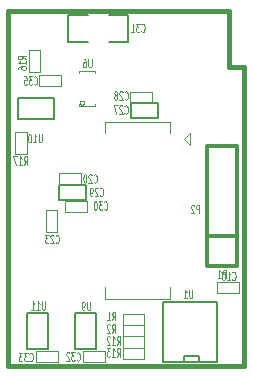
<source format=gbo>
G04 (created by PCBNEW-RS274X (2010-05-05 BZR 2356)-stable) date 2010年09月03日 星期五 23时32分26秒*
G01*
G70*
G90*
%MOIN*%
G04 Gerber Fmt 3.4, Leading zero omitted, Abs format*
%FSLAX34Y34*%
G04 APERTURE LIST*
%ADD10C,0.006000*%
%ADD11C,0.015000*%
%ADD12C,0.003000*%
%ADD13C,0.005000*%
%ADD14C,0.012000*%
%ADD15C,0.004500*%
G04 APERTURE END LIST*
G54D10*
G54D11*
X47244Y-41220D02*
X47244Y-41220D01*
X46732Y-41221D02*
X47244Y-41221D01*
X46732Y-39370D02*
X46732Y-41220D01*
X39370Y-51181D02*
X39370Y-39370D01*
X47244Y-51181D02*
X39370Y-51181D01*
X47244Y-41220D02*
X47244Y-51181D01*
X39370Y-39370D02*
X46732Y-39370D01*
G54D12*
X43180Y-50200D02*
X43910Y-50200D01*
X43910Y-50200D02*
X43910Y-49820D01*
X43910Y-49820D02*
X43180Y-49820D01*
X43180Y-49820D02*
X43180Y-50200D01*
X46330Y-48770D02*
X47060Y-48770D01*
X47060Y-48770D02*
X47060Y-48390D01*
X47060Y-48390D02*
X46330Y-48390D01*
X46330Y-48390D02*
X46330Y-48770D01*
X43910Y-49440D02*
X43180Y-49440D01*
X43180Y-49440D02*
X43180Y-49820D01*
X43180Y-49820D02*
X43910Y-49820D01*
X43910Y-49820D02*
X43910Y-49440D01*
X40620Y-45990D02*
X40620Y-46720D01*
X40620Y-46720D02*
X41000Y-46720D01*
X41000Y-46720D02*
X41000Y-45990D01*
X41000Y-45990D02*
X40620Y-45990D01*
X41060Y-45130D02*
X41790Y-45130D01*
X41790Y-45130D02*
X41790Y-44750D01*
X41790Y-44750D02*
X41060Y-44750D01*
X41060Y-44750D02*
X41060Y-45130D01*
X43910Y-50200D02*
X43180Y-50200D01*
X43180Y-50200D02*
X43180Y-50580D01*
X43180Y-50580D02*
X43910Y-50580D01*
X43910Y-50580D02*
X43910Y-50200D01*
X43910Y-50590D02*
X43180Y-50590D01*
X43180Y-50590D02*
X43180Y-50970D01*
X43180Y-50970D02*
X43910Y-50970D01*
X43910Y-50970D02*
X43910Y-50590D01*
X40440Y-41400D02*
X40440Y-40670D01*
X40440Y-40670D02*
X40060Y-40670D01*
X40060Y-40670D02*
X40060Y-41400D01*
X40060Y-41400D02*
X40440Y-41400D01*
X42580Y-50690D02*
X41850Y-50690D01*
X41850Y-50690D02*
X41850Y-51070D01*
X41850Y-51070D02*
X42580Y-51070D01*
X42580Y-51070D02*
X42580Y-50690D01*
X41030Y-50690D02*
X40300Y-50690D01*
X40300Y-50690D02*
X40300Y-51070D01*
X40300Y-51070D02*
X41030Y-51070D01*
X41030Y-51070D02*
X41030Y-50690D01*
X40390Y-41870D02*
X41120Y-41870D01*
X41120Y-41870D02*
X41120Y-41490D01*
X41120Y-41490D02*
X40390Y-41490D01*
X40390Y-41490D02*
X40390Y-41870D01*
X39990Y-44110D02*
X39990Y-43380D01*
X39990Y-43380D02*
X39610Y-43380D01*
X39610Y-43380D02*
X39610Y-44110D01*
X39610Y-44110D02*
X39990Y-44110D01*
G54D13*
X43448Y-42927D02*
X44348Y-42927D01*
X44348Y-42927D02*
X44348Y-42427D01*
X44348Y-42427D02*
X43448Y-42427D01*
X43448Y-42427D02*
X43448Y-42927D01*
X41970Y-45150D02*
X41070Y-45150D01*
X41070Y-45150D02*
X41070Y-45650D01*
X41070Y-45650D02*
X41970Y-45650D01*
X41970Y-45650D02*
X41970Y-45150D01*
X41370Y-40380D02*
X41370Y-39480D01*
X41370Y-39480D02*
X42020Y-39480D01*
X42720Y-40380D02*
X43370Y-40380D01*
X43370Y-40380D02*
X43370Y-39480D01*
X43370Y-39480D02*
X42720Y-39480D01*
X42020Y-40380D02*
X41370Y-40380D01*
X46320Y-51040D02*
X46320Y-49040D01*
X46320Y-49040D02*
X44520Y-49040D01*
X44520Y-49040D02*
X44520Y-51040D01*
X44520Y-51040D02*
X46320Y-51040D01*
X45720Y-51040D02*
X45720Y-50840D01*
X45720Y-50840D02*
X45220Y-50840D01*
X45220Y-50840D02*
X45220Y-51040D01*
X42280Y-49420D02*
X41580Y-49420D01*
X41580Y-49420D02*
X41580Y-50620D01*
X41580Y-50620D02*
X42280Y-50620D01*
X42280Y-50620D02*
X42280Y-49420D01*
X39680Y-42270D02*
X39680Y-42970D01*
X39680Y-42970D02*
X40880Y-42970D01*
X40880Y-42970D02*
X40880Y-42270D01*
X40880Y-42270D02*
X39680Y-42270D01*
X40710Y-49410D02*
X40010Y-49410D01*
X40010Y-49410D02*
X40010Y-50610D01*
X40010Y-50610D02*
X40710Y-50610D01*
X40710Y-50610D02*
X40710Y-49410D01*
G54D12*
X41897Y-42408D02*
X41895Y-42421D01*
X41891Y-42434D01*
X41885Y-42446D01*
X41876Y-42457D01*
X41866Y-42466D01*
X41854Y-42472D01*
X41841Y-42476D01*
X41827Y-42477D01*
X41814Y-42476D01*
X41801Y-42472D01*
X41789Y-42466D01*
X41779Y-42458D01*
X41770Y-42447D01*
X41763Y-42435D01*
X41759Y-42422D01*
X41758Y-42408D01*
X41759Y-42396D01*
X41762Y-42383D01*
X41769Y-42371D01*
X41777Y-42360D01*
X41788Y-42351D01*
X41799Y-42344D01*
X41812Y-42340D01*
X41826Y-42339D01*
X41839Y-42340D01*
X41852Y-42343D01*
X41864Y-42349D01*
X41875Y-42358D01*
X41884Y-42368D01*
X41890Y-42380D01*
X41895Y-42393D01*
X41896Y-42407D01*
X41897Y-42408D01*
X42257Y-41432D02*
X42257Y-41353D01*
X42257Y-41353D02*
X41711Y-41351D01*
X41711Y-41351D02*
X41711Y-41432D01*
X42256Y-42459D02*
X42256Y-42537D01*
X42256Y-42537D02*
X41715Y-42536D01*
X41715Y-42536D02*
X41714Y-42463D01*
X43432Y-42434D02*
X44162Y-42434D01*
X44162Y-42434D02*
X44162Y-42054D01*
X44162Y-42054D02*
X43432Y-42054D01*
X43432Y-42054D02*
X43432Y-42434D01*
X42000Y-45680D02*
X41270Y-45680D01*
X41270Y-45680D02*
X41270Y-46060D01*
X41270Y-46060D02*
X42000Y-46060D01*
X42000Y-46060D02*
X42000Y-45680D01*
X45438Y-43433D02*
X45241Y-43630D01*
X45241Y-43630D02*
X45438Y-43827D01*
X45438Y-43827D02*
X45438Y-43433D01*
X42603Y-43433D02*
X42603Y-43039D01*
X42603Y-43039D02*
X44768Y-43039D01*
X44768Y-43039D02*
X44768Y-43433D01*
X42603Y-48551D02*
X42603Y-48945D01*
X42603Y-48945D02*
X44768Y-48945D01*
X44768Y-48945D02*
X44768Y-48551D01*
G54D14*
X46996Y-47866D02*
X46996Y-47866D01*
X45996Y-47866D02*
X46996Y-47866D01*
X46996Y-47866D02*
X46996Y-47866D01*
X46996Y-47866D02*
X46996Y-43866D01*
X46996Y-43866D02*
X45996Y-43866D01*
X45996Y-43866D02*
X45996Y-47866D01*
X45996Y-46866D02*
X46996Y-46866D01*
G54D15*
X42829Y-50073D02*
X42889Y-49940D01*
X42932Y-50073D02*
X42932Y-49793D01*
X42864Y-49793D01*
X42846Y-49807D01*
X42838Y-49820D01*
X42829Y-49847D01*
X42829Y-49887D01*
X42838Y-49913D01*
X42846Y-49927D01*
X42864Y-49940D01*
X42932Y-49940D01*
X42761Y-49820D02*
X42752Y-49807D01*
X42735Y-49793D01*
X42692Y-49793D01*
X42675Y-49807D01*
X42666Y-49820D01*
X42658Y-49847D01*
X42658Y-49873D01*
X42666Y-49913D01*
X42769Y-50073D01*
X42658Y-50073D01*
X46835Y-48297D02*
X46844Y-48310D01*
X46870Y-48323D01*
X46887Y-48323D01*
X46912Y-48310D01*
X46930Y-48283D01*
X46938Y-48257D01*
X46947Y-48203D01*
X46947Y-48163D01*
X46938Y-48110D01*
X46930Y-48083D01*
X46912Y-48057D01*
X46887Y-48043D01*
X46870Y-48043D01*
X46844Y-48057D01*
X46835Y-48070D01*
X46664Y-48323D02*
X46767Y-48323D01*
X46715Y-48323D02*
X46715Y-48043D01*
X46732Y-48083D01*
X46750Y-48110D01*
X46767Y-48123D01*
X46553Y-48043D02*
X46536Y-48043D01*
X46519Y-48057D01*
X46510Y-48070D01*
X46501Y-48097D01*
X46493Y-48150D01*
X46493Y-48217D01*
X46501Y-48270D01*
X46510Y-48297D01*
X46519Y-48310D01*
X46536Y-48323D01*
X46553Y-48323D01*
X46570Y-48310D01*
X46579Y-48297D01*
X46587Y-48270D01*
X46596Y-48217D01*
X46596Y-48150D01*
X46587Y-48097D01*
X46579Y-48070D01*
X46570Y-48057D01*
X46553Y-48043D01*
X42839Y-49663D02*
X42899Y-49530D01*
X42942Y-49663D02*
X42942Y-49383D01*
X42874Y-49383D01*
X42856Y-49397D01*
X42848Y-49410D01*
X42839Y-49437D01*
X42839Y-49477D01*
X42848Y-49503D01*
X42856Y-49517D01*
X42874Y-49530D01*
X42942Y-49530D01*
X42668Y-49663D02*
X42771Y-49663D01*
X42719Y-49663D02*
X42719Y-49383D01*
X42736Y-49423D01*
X42754Y-49450D01*
X42771Y-49463D01*
X40945Y-47067D02*
X40954Y-47080D01*
X40980Y-47093D01*
X40997Y-47093D01*
X41022Y-47080D01*
X41040Y-47053D01*
X41048Y-47027D01*
X41057Y-46973D01*
X41057Y-46933D01*
X41048Y-46880D01*
X41040Y-46853D01*
X41022Y-46827D01*
X40997Y-46813D01*
X40980Y-46813D01*
X40954Y-46827D01*
X40945Y-46840D01*
X40877Y-46840D02*
X40868Y-46827D01*
X40851Y-46813D01*
X40808Y-46813D01*
X40791Y-46827D01*
X40782Y-46840D01*
X40774Y-46867D01*
X40774Y-46893D01*
X40782Y-46933D01*
X40885Y-47093D01*
X40774Y-47093D01*
X40714Y-46813D02*
X40603Y-46813D01*
X40663Y-46920D01*
X40637Y-46920D01*
X40620Y-46933D01*
X40611Y-46947D01*
X40603Y-46973D01*
X40603Y-47040D01*
X40611Y-47067D01*
X40620Y-47080D01*
X40637Y-47093D01*
X40689Y-47093D01*
X40706Y-47080D01*
X40714Y-47067D01*
X42215Y-45057D02*
X42224Y-45070D01*
X42250Y-45083D01*
X42267Y-45083D01*
X42292Y-45070D01*
X42310Y-45043D01*
X42318Y-45017D01*
X42327Y-44963D01*
X42327Y-44923D01*
X42318Y-44870D01*
X42310Y-44843D01*
X42292Y-44817D01*
X42267Y-44803D01*
X42250Y-44803D01*
X42224Y-44817D01*
X42215Y-44830D01*
X42147Y-44830D02*
X42138Y-44817D01*
X42121Y-44803D01*
X42078Y-44803D01*
X42061Y-44817D01*
X42052Y-44830D01*
X42044Y-44857D01*
X42044Y-44883D01*
X42052Y-44923D01*
X42155Y-45083D01*
X42044Y-45083D01*
X41933Y-44803D02*
X41916Y-44803D01*
X41899Y-44817D01*
X41890Y-44830D01*
X41881Y-44857D01*
X41873Y-44910D01*
X41873Y-44977D01*
X41881Y-45030D01*
X41890Y-45057D01*
X41899Y-45070D01*
X41916Y-45083D01*
X41933Y-45083D01*
X41950Y-45070D01*
X41959Y-45057D01*
X41967Y-45030D01*
X41976Y-44977D01*
X41976Y-44910D01*
X41967Y-44857D01*
X41959Y-44830D01*
X41950Y-44817D01*
X41933Y-44803D01*
X42995Y-50473D02*
X43055Y-50340D01*
X43098Y-50473D02*
X43098Y-50193D01*
X43030Y-50193D01*
X43012Y-50207D01*
X43004Y-50220D01*
X42995Y-50247D01*
X42995Y-50287D01*
X43004Y-50313D01*
X43012Y-50327D01*
X43030Y-50340D01*
X43098Y-50340D01*
X42824Y-50473D02*
X42927Y-50473D01*
X42875Y-50473D02*
X42875Y-50193D01*
X42892Y-50233D01*
X42910Y-50260D01*
X42927Y-50273D01*
X42756Y-50220D02*
X42747Y-50207D01*
X42730Y-50193D01*
X42687Y-50193D01*
X42670Y-50207D01*
X42661Y-50220D01*
X42653Y-50247D01*
X42653Y-50273D01*
X42661Y-50313D01*
X42764Y-50473D01*
X42653Y-50473D01*
X42995Y-50873D02*
X43055Y-50740D01*
X43098Y-50873D02*
X43098Y-50593D01*
X43030Y-50593D01*
X43012Y-50607D01*
X43004Y-50620D01*
X42995Y-50647D01*
X42995Y-50687D01*
X43004Y-50713D01*
X43012Y-50727D01*
X43030Y-50740D01*
X43098Y-50740D01*
X42824Y-50873D02*
X42927Y-50873D01*
X42875Y-50873D02*
X42875Y-50593D01*
X42892Y-50633D01*
X42910Y-50660D01*
X42927Y-50673D01*
X42764Y-50593D02*
X42653Y-50593D01*
X42713Y-50700D01*
X42687Y-50700D01*
X42670Y-50713D01*
X42661Y-50727D01*
X42653Y-50753D01*
X42653Y-50820D01*
X42661Y-50847D01*
X42670Y-50860D01*
X42687Y-50873D01*
X42739Y-50873D01*
X42756Y-50860D01*
X42764Y-50847D01*
X39973Y-40965D02*
X39840Y-40905D01*
X39973Y-40862D02*
X39693Y-40862D01*
X39693Y-40930D01*
X39707Y-40948D01*
X39720Y-40956D01*
X39747Y-40965D01*
X39787Y-40965D01*
X39813Y-40956D01*
X39827Y-40948D01*
X39840Y-40930D01*
X39840Y-40862D01*
X39973Y-41136D02*
X39973Y-41033D01*
X39973Y-41085D02*
X39693Y-41085D01*
X39733Y-41068D01*
X39760Y-41050D01*
X39773Y-41033D01*
X39693Y-41290D02*
X39693Y-41256D01*
X39707Y-41239D01*
X39720Y-41230D01*
X39760Y-41213D01*
X39813Y-41204D01*
X39920Y-41204D01*
X39947Y-41213D01*
X39960Y-41221D01*
X39973Y-41239D01*
X39973Y-41273D01*
X39960Y-41290D01*
X39947Y-41299D01*
X39920Y-41307D01*
X39853Y-41307D01*
X39827Y-41299D01*
X39813Y-41290D01*
X39800Y-41273D01*
X39800Y-41239D01*
X39813Y-41221D01*
X39827Y-41213D01*
X39853Y-41204D01*
X41645Y-50987D02*
X41654Y-51000D01*
X41680Y-51013D01*
X41697Y-51013D01*
X41722Y-51000D01*
X41740Y-50973D01*
X41748Y-50947D01*
X41757Y-50893D01*
X41757Y-50853D01*
X41748Y-50800D01*
X41740Y-50773D01*
X41722Y-50747D01*
X41697Y-50733D01*
X41680Y-50733D01*
X41654Y-50747D01*
X41645Y-50760D01*
X41585Y-50733D02*
X41474Y-50733D01*
X41534Y-50840D01*
X41508Y-50840D01*
X41491Y-50853D01*
X41482Y-50867D01*
X41474Y-50893D01*
X41474Y-50960D01*
X41482Y-50987D01*
X41491Y-51000D01*
X41508Y-51013D01*
X41560Y-51013D01*
X41577Y-51000D01*
X41585Y-50987D01*
X41406Y-50760D02*
X41397Y-50747D01*
X41380Y-50733D01*
X41337Y-50733D01*
X41320Y-50747D01*
X41311Y-50760D01*
X41303Y-50787D01*
X41303Y-50813D01*
X41311Y-50853D01*
X41414Y-51013D01*
X41303Y-51013D01*
X40075Y-51007D02*
X40084Y-51020D01*
X40110Y-51033D01*
X40127Y-51033D01*
X40152Y-51020D01*
X40170Y-50993D01*
X40178Y-50967D01*
X40187Y-50913D01*
X40187Y-50873D01*
X40178Y-50820D01*
X40170Y-50793D01*
X40152Y-50767D01*
X40127Y-50753D01*
X40110Y-50753D01*
X40084Y-50767D01*
X40075Y-50780D01*
X40015Y-50753D02*
X39904Y-50753D01*
X39964Y-50860D01*
X39938Y-50860D01*
X39921Y-50873D01*
X39912Y-50887D01*
X39904Y-50913D01*
X39904Y-50980D01*
X39912Y-51007D01*
X39921Y-51020D01*
X39938Y-51033D01*
X39990Y-51033D01*
X40007Y-51020D01*
X40015Y-51007D01*
X39844Y-50753D02*
X39733Y-50753D01*
X39793Y-50860D01*
X39767Y-50860D01*
X39750Y-50873D01*
X39741Y-50887D01*
X39733Y-50913D01*
X39733Y-50980D01*
X39741Y-51007D01*
X39750Y-51020D01*
X39767Y-51033D01*
X39819Y-51033D01*
X39836Y-51020D01*
X39844Y-51007D01*
X40225Y-41787D02*
X40234Y-41800D01*
X40260Y-41813D01*
X40277Y-41813D01*
X40302Y-41800D01*
X40320Y-41773D01*
X40328Y-41747D01*
X40337Y-41693D01*
X40337Y-41653D01*
X40328Y-41600D01*
X40320Y-41573D01*
X40302Y-41547D01*
X40277Y-41533D01*
X40260Y-41533D01*
X40234Y-41547D01*
X40225Y-41560D01*
X40165Y-41533D02*
X40054Y-41533D01*
X40114Y-41640D01*
X40088Y-41640D01*
X40071Y-41653D01*
X40062Y-41667D01*
X40054Y-41693D01*
X40054Y-41760D01*
X40062Y-41787D01*
X40071Y-41800D01*
X40088Y-41813D01*
X40140Y-41813D01*
X40157Y-41800D01*
X40165Y-41787D01*
X39891Y-41533D02*
X39977Y-41533D01*
X39986Y-41667D01*
X39977Y-41653D01*
X39960Y-41640D01*
X39917Y-41640D01*
X39900Y-41653D01*
X39891Y-41667D01*
X39883Y-41693D01*
X39883Y-41760D01*
X39891Y-41787D01*
X39900Y-41800D01*
X39917Y-41813D01*
X39960Y-41813D01*
X39977Y-41800D01*
X39986Y-41787D01*
X39895Y-44483D02*
X39955Y-44350D01*
X39998Y-44483D02*
X39998Y-44203D01*
X39930Y-44203D01*
X39912Y-44217D01*
X39904Y-44230D01*
X39895Y-44257D01*
X39895Y-44297D01*
X39904Y-44323D01*
X39912Y-44337D01*
X39930Y-44350D01*
X39998Y-44350D01*
X39724Y-44483D02*
X39827Y-44483D01*
X39775Y-44483D02*
X39775Y-44203D01*
X39792Y-44243D01*
X39810Y-44270D01*
X39827Y-44283D01*
X39664Y-44203D02*
X39544Y-44203D01*
X39621Y-44483D01*
X43243Y-42754D02*
X43252Y-42767D01*
X43278Y-42780D01*
X43295Y-42780D01*
X43320Y-42767D01*
X43338Y-42740D01*
X43346Y-42714D01*
X43355Y-42660D01*
X43355Y-42620D01*
X43346Y-42567D01*
X43338Y-42540D01*
X43320Y-42514D01*
X43295Y-42500D01*
X43278Y-42500D01*
X43252Y-42514D01*
X43243Y-42527D01*
X43175Y-42527D02*
X43166Y-42514D01*
X43149Y-42500D01*
X43106Y-42500D01*
X43089Y-42514D01*
X43080Y-42527D01*
X43072Y-42554D01*
X43072Y-42580D01*
X43080Y-42620D01*
X43183Y-42780D01*
X43072Y-42780D01*
X43012Y-42500D02*
X42892Y-42500D01*
X42969Y-42780D01*
X42425Y-45497D02*
X42434Y-45510D01*
X42460Y-45523D01*
X42477Y-45523D01*
X42502Y-45510D01*
X42520Y-45483D01*
X42528Y-45457D01*
X42537Y-45403D01*
X42537Y-45363D01*
X42528Y-45310D01*
X42520Y-45283D01*
X42502Y-45257D01*
X42477Y-45243D01*
X42460Y-45243D01*
X42434Y-45257D01*
X42425Y-45270D01*
X42357Y-45270D02*
X42348Y-45257D01*
X42331Y-45243D01*
X42288Y-45243D01*
X42271Y-45257D01*
X42262Y-45270D01*
X42254Y-45297D01*
X42254Y-45323D01*
X42262Y-45363D01*
X42365Y-45523D01*
X42254Y-45523D01*
X42169Y-45523D02*
X42134Y-45523D01*
X42117Y-45510D01*
X42109Y-45497D01*
X42091Y-45457D01*
X42083Y-45403D01*
X42083Y-45297D01*
X42091Y-45270D01*
X42100Y-45257D01*
X42117Y-45243D01*
X42151Y-45243D01*
X42169Y-45257D01*
X42177Y-45270D01*
X42186Y-45297D01*
X42186Y-45363D01*
X42177Y-45390D01*
X42169Y-45403D01*
X42151Y-45417D01*
X42117Y-45417D01*
X42100Y-45403D01*
X42091Y-45390D01*
X42083Y-45363D01*
X43805Y-40027D02*
X43814Y-40040D01*
X43840Y-40053D01*
X43857Y-40053D01*
X43882Y-40040D01*
X43900Y-40013D01*
X43908Y-39987D01*
X43917Y-39933D01*
X43917Y-39893D01*
X43908Y-39840D01*
X43900Y-39813D01*
X43882Y-39787D01*
X43857Y-39773D01*
X43840Y-39773D01*
X43814Y-39787D01*
X43805Y-39800D01*
X43745Y-39773D02*
X43634Y-39773D01*
X43694Y-39880D01*
X43668Y-39880D01*
X43651Y-39893D01*
X43642Y-39907D01*
X43634Y-39933D01*
X43634Y-40000D01*
X43642Y-40027D01*
X43651Y-40040D01*
X43668Y-40053D01*
X43720Y-40053D01*
X43737Y-40040D01*
X43745Y-40027D01*
X43463Y-40053D02*
X43566Y-40053D01*
X43514Y-40053D02*
X43514Y-39773D01*
X43531Y-39813D01*
X43549Y-39840D01*
X43566Y-39853D01*
X45507Y-48643D02*
X45507Y-48870D01*
X45499Y-48897D01*
X45490Y-48910D01*
X45473Y-48923D01*
X45439Y-48923D01*
X45421Y-48910D01*
X45413Y-48897D01*
X45404Y-48870D01*
X45404Y-48643D01*
X45224Y-48923D02*
X45327Y-48923D01*
X45275Y-48923D02*
X45275Y-48643D01*
X45292Y-48683D01*
X45310Y-48710D01*
X45327Y-48723D01*
X42097Y-49043D02*
X42097Y-49270D01*
X42089Y-49297D01*
X42080Y-49310D01*
X42063Y-49323D01*
X42029Y-49323D01*
X42011Y-49310D01*
X42003Y-49297D01*
X41994Y-49270D01*
X41994Y-49043D01*
X41900Y-49323D02*
X41865Y-49323D01*
X41848Y-49310D01*
X41840Y-49297D01*
X41822Y-49257D01*
X41814Y-49203D01*
X41814Y-49097D01*
X41822Y-49070D01*
X41831Y-49057D01*
X41848Y-49043D01*
X41882Y-49043D01*
X41900Y-49057D01*
X41908Y-49070D01*
X41917Y-49097D01*
X41917Y-49163D01*
X41908Y-49190D01*
X41900Y-49203D01*
X41882Y-49217D01*
X41848Y-49217D01*
X41831Y-49203D01*
X41822Y-49190D01*
X41814Y-49163D01*
X40482Y-43453D02*
X40482Y-43680D01*
X40474Y-43707D01*
X40465Y-43720D01*
X40448Y-43733D01*
X40414Y-43733D01*
X40396Y-43720D01*
X40388Y-43707D01*
X40379Y-43680D01*
X40379Y-43453D01*
X40199Y-43733D02*
X40302Y-43733D01*
X40250Y-43733D02*
X40250Y-43453D01*
X40267Y-43493D01*
X40285Y-43520D01*
X40302Y-43533D01*
X40088Y-43453D02*
X40071Y-43453D01*
X40054Y-43467D01*
X40045Y-43480D01*
X40036Y-43507D01*
X40028Y-43560D01*
X40028Y-43627D01*
X40036Y-43680D01*
X40045Y-43707D01*
X40054Y-43720D01*
X40071Y-43733D01*
X40088Y-43733D01*
X40105Y-43720D01*
X40114Y-43707D01*
X40122Y-43680D01*
X40131Y-43627D01*
X40131Y-43560D01*
X40122Y-43507D01*
X40114Y-43480D01*
X40105Y-43467D01*
X40088Y-43453D01*
X40592Y-49033D02*
X40592Y-49260D01*
X40584Y-49287D01*
X40575Y-49300D01*
X40558Y-49313D01*
X40524Y-49313D01*
X40506Y-49300D01*
X40498Y-49287D01*
X40489Y-49260D01*
X40489Y-49033D01*
X40309Y-49313D02*
X40412Y-49313D01*
X40360Y-49313D02*
X40360Y-49033D01*
X40377Y-49073D01*
X40395Y-49100D01*
X40412Y-49113D01*
X40138Y-49313D02*
X40241Y-49313D01*
X40189Y-49313D02*
X40189Y-49033D01*
X40206Y-49073D01*
X40224Y-49100D01*
X40241Y-49113D01*
X42147Y-40953D02*
X42147Y-41180D01*
X42139Y-41207D01*
X42130Y-41220D01*
X42113Y-41233D01*
X42079Y-41233D01*
X42061Y-41220D01*
X42053Y-41207D01*
X42044Y-41180D01*
X42044Y-40953D01*
X41881Y-40953D02*
X41915Y-40953D01*
X41932Y-40967D01*
X41941Y-40980D01*
X41958Y-41020D01*
X41967Y-41073D01*
X41967Y-41180D01*
X41958Y-41207D01*
X41950Y-41220D01*
X41932Y-41233D01*
X41898Y-41233D01*
X41881Y-41220D01*
X41872Y-41207D01*
X41864Y-41180D01*
X41864Y-41113D01*
X41872Y-41087D01*
X41881Y-41073D01*
X41898Y-41060D01*
X41932Y-41060D01*
X41950Y-41073D01*
X41958Y-41087D01*
X41967Y-41113D01*
X43247Y-42291D02*
X43256Y-42304D01*
X43282Y-42317D01*
X43299Y-42317D01*
X43324Y-42304D01*
X43342Y-42277D01*
X43350Y-42251D01*
X43359Y-42197D01*
X43359Y-42157D01*
X43350Y-42104D01*
X43342Y-42077D01*
X43324Y-42051D01*
X43299Y-42037D01*
X43282Y-42037D01*
X43256Y-42051D01*
X43247Y-42064D01*
X43179Y-42064D02*
X43170Y-42051D01*
X43153Y-42037D01*
X43110Y-42037D01*
X43093Y-42051D01*
X43084Y-42064D01*
X43076Y-42091D01*
X43076Y-42117D01*
X43084Y-42157D01*
X43187Y-42317D01*
X43076Y-42317D01*
X42973Y-42157D02*
X42991Y-42144D01*
X42999Y-42131D01*
X43008Y-42104D01*
X43008Y-42091D01*
X42999Y-42064D01*
X42991Y-42051D01*
X42973Y-42037D01*
X42939Y-42037D01*
X42922Y-42051D01*
X42913Y-42064D01*
X42905Y-42091D01*
X42905Y-42104D01*
X42913Y-42131D01*
X42922Y-42144D01*
X42939Y-42157D01*
X42973Y-42157D01*
X42991Y-42171D01*
X42999Y-42184D01*
X43008Y-42211D01*
X43008Y-42264D01*
X42999Y-42291D01*
X42991Y-42304D01*
X42973Y-42317D01*
X42939Y-42317D01*
X42922Y-42304D01*
X42913Y-42291D01*
X42905Y-42264D01*
X42905Y-42211D01*
X42913Y-42184D01*
X42922Y-42171D01*
X42939Y-42157D01*
X42565Y-45957D02*
X42574Y-45970D01*
X42600Y-45983D01*
X42617Y-45983D01*
X42642Y-45970D01*
X42660Y-45943D01*
X42668Y-45917D01*
X42677Y-45863D01*
X42677Y-45823D01*
X42668Y-45770D01*
X42660Y-45743D01*
X42642Y-45717D01*
X42617Y-45703D01*
X42600Y-45703D01*
X42574Y-45717D01*
X42565Y-45730D01*
X42505Y-45703D02*
X42394Y-45703D01*
X42454Y-45810D01*
X42428Y-45810D01*
X42411Y-45823D01*
X42402Y-45837D01*
X42394Y-45863D01*
X42394Y-45930D01*
X42402Y-45957D01*
X42411Y-45970D01*
X42428Y-45983D01*
X42480Y-45983D01*
X42497Y-45970D01*
X42505Y-45957D01*
X42283Y-45703D02*
X42266Y-45703D01*
X42249Y-45717D01*
X42240Y-45730D01*
X42231Y-45757D01*
X42223Y-45810D01*
X42223Y-45877D01*
X42231Y-45930D01*
X42240Y-45957D01*
X42249Y-45970D01*
X42266Y-45983D01*
X42283Y-45983D01*
X42300Y-45970D01*
X42309Y-45957D01*
X42317Y-45930D01*
X42326Y-45877D01*
X42326Y-45810D01*
X42317Y-45757D01*
X42309Y-45730D01*
X42300Y-45717D01*
X42283Y-45703D01*
X45737Y-46095D02*
X45737Y-45815D01*
X45669Y-45815D01*
X45651Y-45829D01*
X45643Y-45842D01*
X45634Y-45869D01*
X45634Y-45909D01*
X45643Y-45935D01*
X45651Y-45949D01*
X45669Y-45962D01*
X45737Y-45962D01*
X45566Y-45842D02*
X45557Y-45829D01*
X45540Y-45815D01*
X45497Y-45815D01*
X45480Y-45829D01*
X45471Y-45842D01*
X45463Y-45869D01*
X45463Y-45895D01*
X45471Y-45935D01*
X45574Y-46095D01*
X45463Y-46095D01*
X46633Y-48268D02*
X46633Y-47988D01*
X46565Y-47988D01*
X46547Y-48002D01*
X46539Y-48015D01*
X46530Y-48042D01*
X46530Y-48082D01*
X46539Y-48108D01*
X46547Y-48122D01*
X46565Y-48135D01*
X46633Y-48135D01*
X46359Y-48268D02*
X46462Y-48268D01*
X46410Y-48268D02*
X46410Y-47988D01*
X46427Y-48028D01*
X46445Y-48055D01*
X46462Y-48068D01*
M02*

</source>
